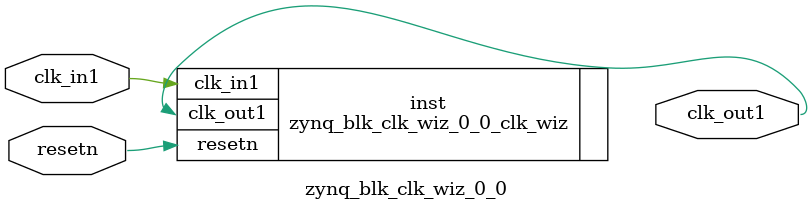
<source format=v>


`timescale 1ps/1ps

(* CORE_GENERATION_INFO = "zynq_blk_clk_wiz_0_0,clk_wiz_v6_0_2_0_0,{component_name=zynq_blk_clk_wiz_0_0,use_phase_alignment=true,use_min_o_jitter=false,use_max_i_jitter=false,use_dyn_phase_shift=false,use_inclk_switchover=false,use_dyn_reconfig=false,enable_axi=0,feedback_source=FDBK_AUTO,PRIMITIVE=MMCM,num_out_clk=1,clkin1_period=20.000,clkin2_period=10.0,use_power_down=false,use_reset=true,use_locked=false,use_inclk_stopped=false,feedback_type=SINGLE,CLOCK_MGR_TYPE=NA,manual_override=false}" *)

module zynq_blk_clk_wiz_0_0 
 (
  // Clock out ports
  output        clk_out1,
  // Status and control signals
  input         resetn,
 // Clock in ports
  input         clk_in1
 );

  zynq_blk_clk_wiz_0_0_clk_wiz inst
  (
  // Clock out ports  
  .clk_out1(clk_out1),
  // Status and control signals               
  .resetn(resetn), 
 // Clock in ports
  .clk_in1(clk_in1)
  );

endmodule

</source>
